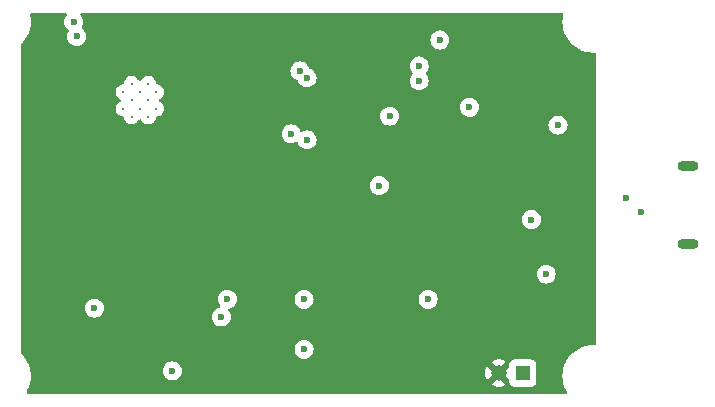
<source format=gbr>
%TF.GenerationSoftware,KiCad,Pcbnew,8.0.8-8.0.8-0~ubuntu24.04.1*%
%TF.CreationDate,2025-02-07T13:21:18-05:00*%
%TF.ProjectId,snowboard,736e6f77-626f-4617-9264-2e6b69636164,rev?*%
%TF.SameCoordinates,Original*%
%TF.FileFunction,Copper,L2,Inr*%
%TF.FilePolarity,Positive*%
%FSLAX46Y46*%
G04 Gerber Fmt 4.6, Leading zero omitted, Abs format (unit mm)*
G04 Created by KiCad (PCBNEW 8.0.8-8.0.8-0~ubuntu24.04.1) date 2025-02-07 13:21:18*
%MOMM*%
%LPD*%
G01*
G04 APERTURE LIST*
%TA.AperFunction,ComponentPad*%
%ADD10O,1.800000X0.900000*%
%TD*%
%TA.AperFunction,ComponentPad*%
%ADD11R,1.308000X1.308000*%
%TD*%
%TA.AperFunction,ComponentPad*%
%ADD12C,1.308000*%
%TD*%
%TA.AperFunction,ComponentPad*%
%ADD13C,0.300000*%
%TD*%
%TA.AperFunction,ViaPad*%
%ADD14C,0.600000*%
%TD*%
G04 APERTURE END LIST*
D10*
%TO.N,unconnected-(J1-SHIELD__4-PadS5)*%
%TO.C,J1*%
X190750000Y-130550000D03*
%TO.N,unconnected-(J1-SHIELD__5-PadS6)*%
X190750000Y-123950000D03*
%TD*%
D11*
%TO.N,+BATT*%
%TO.C,J2*%
X176750000Y-141500000D03*
D12*
%TO.N,GND*%
X174750000Y-141500000D03*
%TD*%
D13*
%TO.N,N/C*%
%TO.C,U1*%
X145050000Y-119800000D03*
X143650000Y-119800000D03*
X145750000Y-119100000D03*
X144350000Y-119100000D03*
X142950000Y-119100000D03*
X145050000Y-118400000D03*
X143650000Y-118400000D03*
X145750000Y-117700000D03*
X144350000Y-117700000D03*
X142950000Y-117700000D03*
X145050000Y-117000000D03*
X143650000Y-117000000D03*
%TD*%
D14*
%TO.N,GND*%
X144160122Y-137339878D03*
X144000000Y-140000000D03*
%TO.N,+3.3V*%
X140500000Y-136000000D03*
X147102040Y-141318205D03*
%TO.N,GND*%
X151000000Y-139000000D03*
X140250000Y-111750000D03*
X177250000Y-117500000D03*
X146750000Y-136000000D03*
X180750000Y-122750000D03*
X176500000Y-122250000D03*
X138000000Y-135500000D03*
X180000000Y-126000000D03*
X139500000Y-128500000D03*
X168750000Y-134250000D03*
X152750000Y-111500000D03*
%TO.N,VBUS*%
X178750000Y-133117600D03*
X179750000Y-120500000D03*
X168750000Y-135250000D03*
X177500000Y-128500000D03*
%TO.N,+3.3V*%
X138750000Y-111750000D03*
X158500000Y-116500000D03*
X158250000Y-139500000D03*
X158500000Y-121750000D03*
X158250000Y-135250000D03*
%TO.N,/D_N*%
X185500000Y-126650000D03*
X186750000Y-127900000D03*
%TO.N,/AEN*%
X139000000Y-113000000D03*
X169750000Y-113300000D03*
X164625000Y-125625000D03*
%TO.N,/IO0*%
X165500000Y-119750000D03*
X168000000Y-115500000D03*
%TO.N,/DTR*%
X168000000Y-116750000D03*
X172250000Y-119000000D03*
%TO.N,/I2C_SCL*%
X151250000Y-136750000D03*
X157905740Y-115917211D03*
%TO.N,/I2C_SDA*%
X151750000Y-135250000D03*
X157170000Y-121250000D03*
%TD*%
%TA.AperFunction,Conductor*%
%TO.N,GND*%
G36*
X138135599Y-111019685D02*
G01*
X138181354Y-111072489D01*
X138191298Y-111141647D01*
X138162273Y-111205203D01*
X138156241Y-111211681D01*
X138120184Y-111247737D01*
X138024211Y-111400476D01*
X137964631Y-111570745D01*
X137964630Y-111570750D01*
X137944435Y-111749996D01*
X137944435Y-111750003D01*
X137964630Y-111929249D01*
X137964631Y-111929254D01*
X138024211Y-112099523D01*
X138103826Y-112226228D01*
X138120184Y-112252262D01*
X138247738Y-112379816D01*
X138283652Y-112402382D01*
X138329943Y-112454717D01*
X138340591Y-112523770D01*
X138322674Y-112573347D01*
X138274212Y-112650474D01*
X138214631Y-112820745D01*
X138214630Y-112820750D01*
X138194435Y-112999996D01*
X138194435Y-113000003D01*
X138214630Y-113179249D01*
X138214631Y-113179254D01*
X138274211Y-113349523D01*
X138287593Y-113370820D01*
X138370184Y-113502262D01*
X138497738Y-113629816D01*
X138564068Y-113671494D01*
X138634973Y-113716047D01*
X138650478Y-113725789D01*
X138745890Y-113759175D01*
X138820745Y-113785368D01*
X138820750Y-113785369D01*
X138999996Y-113805565D01*
X139000000Y-113805565D01*
X139000004Y-113805565D01*
X139179249Y-113785369D01*
X139179252Y-113785368D01*
X139179255Y-113785368D01*
X139349522Y-113725789D01*
X139502262Y-113629816D01*
X139629816Y-113502262D01*
X139725789Y-113349522D01*
X139743119Y-113299996D01*
X168944435Y-113299996D01*
X168944435Y-113300003D01*
X168964630Y-113479249D01*
X168964631Y-113479254D01*
X169024211Y-113649523D01*
X169109569Y-113785368D01*
X169120184Y-113802262D01*
X169247738Y-113929816D01*
X169400478Y-114025789D01*
X169543258Y-114075750D01*
X169570745Y-114085368D01*
X169570750Y-114085369D01*
X169749996Y-114105565D01*
X169750000Y-114105565D01*
X169750004Y-114105565D01*
X169929249Y-114085369D01*
X169929252Y-114085368D01*
X169929255Y-114085368D01*
X170099522Y-114025789D01*
X170252262Y-113929816D01*
X170379816Y-113802262D01*
X170475789Y-113649522D01*
X170535368Y-113479255D01*
X170549985Y-113349523D01*
X170555565Y-113300003D01*
X170555565Y-113299996D01*
X170535369Y-113120750D01*
X170535368Y-113120745D01*
X170514557Y-113061271D01*
X170475789Y-112950478D01*
X170379816Y-112797738D01*
X170252262Y-112670184D01*
X170220894Y-112650474D01*
X170099523Y-112574211D01*
X169929254Y-112514631D01*
X169929249Y-112514630D01*
X169750004Y-112494435D01*
X169749996Y-112494435D01*
X169570750Y-112514630D01*
X169570745Y-112514631D01*
X169400476Y-112574211D01*
X169247737Y-112670184D01*
X169120184Y-112797737D01*
X169024211Y-112950476D01*
X168964631Y-113120745D01*
X168964630Y-113120750D01*
X168944435Y-113299996D01*
X139743119Y-113299996D01*
X139785368Y-113179255D01*
X139791960Y-113120750D01*
X139805565Y-113000003D01*
X139805565Y-112999996D01*
X139785369Y-112820750D01*
X139785368Y-112820745D01*
X139725789Y-112650478D01*
X139725786Y-112650474D01*
X139640431Y-112514632D01*
X139629816Y-112497738D01*
X139502262Y-112370184D01*
X139502260Y-112370182D01*
X139466346Y-112347616D01*
X139420056Y-112295281D01*
X139409408Y-112226228D01*
X139427326Y-112176650D01*
X139475788Y-112099524D01*
X139535368Y-111929254D01*
X139535369Y-111929249D01*
X139555565Y-111750003D01*
X139555565Y-111749996D01*
X139535369Y-111570750D01*
X139535368Y-111570745D01*
X139509370Y-111496448D01*
X139475789Y-111400478D01*
X139379816Y-111247738D01*
X139343759Y-111211681D01*
X139310274Y-111150358D01*
X139315258Y-111080666D01*
X139357130Y-111024733D01*
X139422594Y-111000316D01*
X139431440Y-111000000D01*
X180073174Y-111000000D01*
X180140213Y-111019685D01*
X180185968Y-111072489D01*
X180195912Y-111141647D01*
X180195148Y-111146319D01*
X180176563Y-111247737D01*
X180142538Y-111433402D01*
X180123388Y-111750000D01*
X180142538Y-112066597D01*
X180199713Y-112378589D01*
X180284436Y-112650478D01*
X180294075Y-112681409D01*
X180424251Y-112970647D01*
X180588340Y-113242084D01*
X180588345Y-113242092D01*
X180783955Y-113491769D01*
X181008230Y-113716044D01*
X181257907Y-113911654D01*
X181257910Y-113911655D01*
X181257914Y-113911659D01*
X181529353Y-114075749D01*
X181818591Y-114205925D01*
X182121411Y-114300287D01*
X182433397Y-114357461D01*
X182750000Y-114376612D01*
X182868516Y-114369443D01*
X182936618Y-114385043D01*
X182985478Y-114434987D01*
X183000000Y-114493216D01*
X183000000Y-139006782D01*
X182980315Y-139073821D01*
X182927511Y-139119576D01*
X182868514Y-139130556D01*
X182750000Y-139123388D01*
X182433402Y-139142538D01*
X182121410Y-139199713D01*
X181818596Y-139294073D01*
X181818592Y-139294074D01*
X181818591Y-139294075D01*
X181759333Y-139320745D01*
X181529357Y-139424249D01*
X181529355Y-139424250D01*
X181257915Y-139588340D01*
X181257907Y-139588345D01*
X181008230Y-139783955D01*
X180783955Y-140008230D01*
X180588345Y-140257907D01*
X180588340Y-140257915D01*
X180535393Y-140345501D01*
X180425957Y-140526532D01*
X180424250Y-140529355D01*
X180424249Y-140529357D01*
X180294073Y-140818596D01*
X180199713Y-141121410D01*
X180142538Y-141433402D01*
X180123388Y-141750000D01*
X180142538Y-142066597D01*
X180142538Y-142066602D01*
X180142539Y-142066603D01*
X180152776Y-142122465D01*
X180199713Y-142378589D01*
X180285689Y-142654499D01*
X180294075Y-142681409D01*
X180424251Y-142970647D01*
X180424253Y-142970651D01*
X180424254Y-142970652D01*
X180479385Y-143061851D01*
X180497221Y-143129406D01*
X180475703Y-143195879D01*
X180421662Y-143240167D01*
X180373268Y-143250000D01*
X134876732Y-143250000D01*
X134809693Y-143230315D01*
X134763938Y-143177511D01*
X134753994Y-143108353D01*
X134770615Y-143061851D01*
X134790230Y-143029402D01*
X134825749Y-142970647D01*
X134955925Y-142681409D01*
X135050287Y-142378589D01*
X135107461Y-142066603D01*
X135126612Y-141750000D01*
X135107461Y-141433397D01*
X135086350Y-141318201D01*
X146296475Y-141318201D01*
X146296475Y-141318208D01*
X146316670Y-141497454D01*
X146316671Y-141497459D01*
X146376251Y-141667728D01*
X146471981Y-141820080D01*
X146472224Y-141820467D01*
X146599778Y-141948021D01*
X146611883Y-141955627D01*
X146751424Y-142043307D01*
X146752518Y-142043994D01*
X146817114Y-142066597D01*
X146922785Y-142103573D01*
X146922790Y-142103574D01*
X147102036Y-142123770D01*
X147102040Y-142123770D01*
X147102044Y-142123770D01*
X147281289Y-142103574D01*
X147281292Y-142103573D01*
X147281295Y-142103573D01*
X147451562Y-142043994D01*
X147604302Y-141948021D01*
X147731856Y-141820467D01*
X147827829Y-141667727D01*
X147886520Y-141499999D01*
X173591056Y-141499999D01*
X173591056Y-141500000D01*
X173610788Y-141712954D01*
X173610789Y-141712956D01*
X173669315Y-141918654D01*
X173669321Y-141918669D01*
X173764642Y-142110099D01*
X173764647Y-142110107D01*
X173773980Y-142122465D01*
X174350000Y-141546445D01*
X174350000Y-141552661D01*
X174377259Y-141654394D01*
X174429920Y-141745606D01*
X174504394Y-141820080D01*
X174595606Y-141872741D01*
X174697339Y-141900000D01*
X174703554Y-141900000D01*
X174130086Y-142473465D01*
X174233413Y-142537443D01*
X174233414Y-142537444D01*
X174432837Y-142614700D01*
X174643068Y-142654000D01*
X174856932Y-142654000D01*
X175067162Y-142614700D01*
X175266585Y-142537444D01*
X175266589Y-142537442D01*
X175369911Y-142473466D01*
X175369911Y-142473465D01*
X174796447Y-141900000D01*
X174802661Y-141900000D01*
X174904394Y-141872741D01*
X174995606Y-141820080D01*
X175070080Y-141745606D01*
X175122741Y-141654394D01*
X175150000Y-141552661D01*
X175150000Y-141546446D01*
X175559181Y-141955627D01*
X175592666Y-142016950D01*
X175595500Y-142043307D01*
X175595500Y-142201869D01*
X175595501Y-142201876D01*
X175601908Y-142261483D01*
X175652202Y-142396328D01*
X175652206Y-142396335D01*
X175738452Y-142511544D01*
X175738455Y-142511547D01*
X175853664Y-142597793D01*
X175853671Y-142597797D01*
X175988517Y-142648091D01*
X175988516Y-142648091D01*
X175995444Y-142648835D01*
X176048127Y-142654500D01*
X177451872Y-142654499D01*
X177511483Y-142648091D01*
X177646331Y-142597796D01*
X177761546Y-142511546D01*
X177847796Y-142396331D01*
X177898091Y-142261483D01*
X177904500Y-142201873D01*
X177904499Y-140798128D01*
X177898091Y-140738517D01*
X177879394Y-140688389D01*
X177847797Y-140603671D01*
X177847793Y-140603664D01*
X177761547Y-140488455D01*
X177761544Y-140488452D01*
X177646335Y-140402206D01*
X177646328Y-140402202D01*
X177511482Y-140351908D01*
X177511483Y-140351908D01*
X177451883Y-140345501D01*
X177451881Y-140345500D01*
X177451873Y-140345500D01*
X177451864Y-140345500D01*
X176048129Y-140345500D01*
X176048123Y-140345501D01*
X175988516Y-140351908D01*
X175853671Y-140402202D01*
X175853664Y-140402206D01*
X175738455Y-140488452D01*
X175738452Y-140488455D01*
X175652206Y-140603664D01*
X175652202Y-140603671D01*
X175601908Y-140738517D01*
X175595588Y-140797306D01*
X175595501Y-140798123D01*
X175595500Y-140798135D01*
X175595500Y-140956691D01*
X175575815Y-141023730D01*
X175559181Y-141044372D01*
X175150000Y-141453553D01*
X175150000Y-141447339D01*
X175122741Y-141345606D01*
X175070080Y-141254394D01*
X174995606Y-141179920D01*
X174904394Y-141127259D01*
X174802661Y-141100000D01*
X174796447Y-141100000D01*
X175369912Y-140526533D01*
X175266586Y-140462556D01*
X175266585Y-140462555D01*
X175067162Y-140385299D01*
X174856932Y-140346000D01*
X174643068Y-140346000D01*
X174432837Y-140385299D01*
X174233416Y-140462554D01*
X174233410Y-140462557D01*
X174130087Y-140526532D01*
X174130086Y-140526533D01*
X174703554Y-141100000D01*
X174697339Y-141100000D01*
X174595606Y-141127259D01*
X174504394Y-141179920D01*
X174429920Y-141254394D01*
X174377259Y-141345606D01*
X174350000Y-141447339D01*
X174350000Y-141453553D01*
X173773980Y-140877533D01*
X173764646Y-140889893D01*
X173669321Y-141081330D01*
X173669315Y-141081345D01*
X173610789Y-141287043D01*
X173610788Y-141287045D01*
X173591056Y-141499999D01*
X147886520Y-141499999D01*
X147887408Y-141497460D01*
X147887522Y-141496448D01*
X147907605Y-141318208D01*
X147907605Y-141318201D01*
X147887409Y-141138955D01*
X147887408Y-141138950D01*
X147827828Y-140968681D01*
X147778322Y-140889893D01*
X147731856Y-140815943D01*
X147604302Y-140688389D01*
X147451563Y-140592416D01*
X147281294Y-140532836D01*
X147281289Y-140532835D01*
X147102044Y-140512640D01*
X147102036Y-140512640D01*
X146922790Y-140532835D01*
X146922785Y-140532836D01*
X146752516Y-140592416D01*
X146599777Y-140688389D01*
X146472224Y-140815942D01*
X146376251Y-140968681D01*
X146316671Y-141138950D01*
X146316670Y-141138955D01*
X146296475Y-141318201D01*
X135086350Y-141318201D01*
X135050287Y-141121411D01*
X134955925Y-140818591D01*
X134825749Y-140529353D01*
X134661659Y-140257914D01*
X134560802Y-140129180D01*
X134466044Y-140008230D01*
X134286319Y-139828505D01*
X134252834Y-139767182D01*
X134250000Y-139740824D01*
X134250000Y-139499996D01*
X157444435Y-139499996D01*
X157444435Y-139500003D01*
X157464630Y-139679249D01*
X157464631Y-139679254D01*
X157524211Y-139849523D01*
X157620184Y-140002262D01*
X157747738Y-140129816D01*
X157900478Y-140225789D01*
X157992266Y-140257907D01*
X158070745Y-140285368D01*
X158070750Y-140285369D01*
X158249996Y-140305565D01*
X158250000Y-140305565D01*
X158250004Y-140305565D01*
X158429249Y-140285369D01*
X158429252Y-140285368D01*
X158429255Y-140285368D01*
X158599522Y-140225789D01*
X158752262Y-140129816D01*
X158879816Y-140002262D01*
X158975789Y-139849522D01*
X159035368Y-139679255D01*
X159045611Y-139588345D01*
X159055565Y-139500003D01*
X159055565Y-139499996D01*
X159035369Y-139320750D01*
X159035368Y-139320745D01*
X158975788Y-139150476D01*
X158927622Y-139073821D01*
X158879816Y-138997738D01*
X158752262Y-138870184D01*
X158599523Y-138774211D01*
X158429254Y-138714631D01*
X158429249Y-138714630D01*
X158250004Y-138694435D01*
X158249996Y-138694435D01*
X158070750Y-138714630D01*
X158070745Y-138714631D01*
X157900476Y-138774211D01*
X157747737Y-138870184D01*
X157620184Y-138997737D01*
X157524211Y-139150476D01*
X157464631Y-139320745D01*
X157464630Y-139320750D01*
X157444435Y-139499996D01*
X134250000Y-139499996D01*
X134250000Y-135999996D01*
X139694435Y-135999996D01*
X139694435Y-136000003D01*
X139714630Y-136179249D01*
X139714631Y-136179254D01*
X139774211Y-136349523D01*
X139870184Y-136502262D01*
X139997738Y-136629816D01*
X140150478Y-136725789D01*
X140219678Y-136750003D01*
X140320745Y-136785368D01*
X140320750Y-136785369D01*
X140499996Y-136805565D01*
X140500000Y-136805565D01*
X140500004Y-136805565D01*
X140679249Y-136785369D01*
X140679252Y-136785368D01*
X140679255Y-136785368D01*
X140780342Y-136749996D01*
X150444435Y-136749996D01*
X150444435Y-136750003D01*
X150464630Y-136929249D01*
X150464631Y-136929254D01*
X150524211Y-137099523D01*
X150620184Y-137252262D01*
X150747738Y-137379816D01*
X150900478Y-137475789D01*
X151070745Y-137535368D01*
X151070750Y-137535369D01*
X151249996Y-137555565D01*
X151250000Y-137555565D01*
X151250004Y-137555565D01*
X151429249Y-137535369D01*
X151429252Y-137535368D01*
X151429255Y-137535368D01*
X151599522Y-137475789D01*
X151752262Y-137379816D01*
X151879816Y-137252262D01*
X151975789Y-137099522D01*
X152035368Y-136929255D01*
X152035369Y-136929249D01*
X152055565Y-136750003D01*
X152055565Y-136749996D01*
X152035369Y-136570750D01*
X152035368Y-136570745D01*
X151975788Y-136400476D01*
X151879815Y-136247737D01*
X151874745Y-136242667D01*
X151841260Y-136181344D01*
X151846244Y-136111652D01*
X151888116Y-136055719D01*
X151923301Y-136039439D01*
X151922682Y-136037668D01*
X151929255Y-136035368D01*
X152099522Y-135975789D01*
X152252262Y-135879816D01*
X152379816Y-135752262D01*
X152475789Y-135599522D01*
X152535368Y-135429255D01*
X152555565Y-135250000D01*
X152555565Y-135249996D01*
X157444435Y-135249996D01*
X157444435Y-135250003D01*
X157464630Y-135429249D01*
X157464631Y-135429254D01*
X157524211Y-135599523D01*
X157620184Y-135752262D01*
X157747738Y-135879816D01*
X157761315Y-135888347D01*
X157882721Y-135964632D01*
X157900478Y-135975789D01*
X157969678Y-136000003D01*
X158070745Y-136035368D01*
X158070750Y-136035369D01*
X158249996Y-136055565D01*
X158250000Y-136055565D01*
X158250004Y-136055565D01*
X158429249Y-136035369D01*
X158429252Y-136035368D01*
X158429255Y-136035368D01*
X158599522Y-135975789D01*
X158752262Y-135879816D01*
X158879816Y-135752262D01*
X158975789Y-135599522D01*
X159035368Y-135429255D01*
X159055565Y-135250000D01*
X159055565Y-135249996D01*
X167944435Y-135249996D01*
X167944435Y-135250003D01*
X167964630Y-135429249D01*
X167964631Y-135429254D01*
X168024211Y-135599523D01*
X168120184Y-135752262D01*
X168247738Y-135879816D01*
X168261315Y-135888347D01*
X168382721Y-135964632D01*
X168400478Y-135975789D01*
X168469678Y-136000003D01*
X168570745Y-136035368D01*
X168570750Y-136035369D01*
X168749996Y-136055565D01*
X168750000Y-136055565D01*
X168750004Y-136055565D01*
X168929249Y-136035369D01*
X168929252Y-136035368D01*
X168929255Y-136035368D01*
X169099522Y-135975789D01*
X169252262Y-135879816D01*
X169379816Y-135752262D01*
X169475789Y-135599522D01*
X169535368Y-135429255D01*
X169555565Y-135250000D01*
X169549304Y-135194435D01*
X169535369Y-135070750D01*
X169535368Y-135070745D01*
X169475788Y-134900476D01*
X169379815Y-134747737D01*
X169252262Y-134620184D01*
X169099523Y-134524211D01*
X168929254Y-134464631D01*
X168929249Y-134464630D01*
X168750004Y-134444435D01*
X168749996Y-134444435D01*
X168570750Y-134464630D01*
X168570745Y-134464631D01*
X168400476Y-134524211D01*
X168247737Y-134620184D01*
X168120184Y-134747737D01*
X168024211Y-134900476D01*
X167964631Y-135070745D01*
X167964630Y-135070750D01*
X167944435Y-135249996D01*
X159055565Y-135249996D01*
X159049304Y-135194435D01*
X159035369Y-135070750D01*
X159035368Y-135070745D01*
X158975788Y-134900476D01*
X158879815Y-134747737D01*
X158752262Y-134620184D01*
X158599523Y-134524211D01*
X158429254Y-134464631D01*
X158429249Y-134464630D01*
X158250004Y-134444435D01*
X158249996Y-134444435D01*
X158070750Y-134464630D01*
X158070745Y-134464631D01*
X157900476Y-134524211D01*
X157747737Y-134620184D01*
X157620184Y-134747737D01*
X157524211Y-134900476D01*
X157464631Y-135070745D01*
X157464630Y-135070750D01*
X157444435Y-135249996D01*
X152555565Y-135249996D01*
X152549304Y-135194435D01*
X152535369Y-135070750D01*
X152535368Y-135070745D01*
X152475788Y-134900476D01*
X152379815Y-134747737D01*
X152252262Y-134620184D01*
X152099523Y-134524211D01*
X151929254Y-134464631D01*
X151929249Y-134464630D01*
X151750004Y-134444435D01*
X151749996Y-134444435D01*
X151570750Y-134464630D01*
X151570745Y-134464631D01*
X151400476Y-134524211D01*
X151247737Y-134620184D01*
X151120184Y-134747737D01*
X151024211Y-134900476D01*
X150964631Y-135070745D01*
X150964630Y-135070750D01*
X150944435Y-135249996D01*
X150944435Y-135250003D01*
X150964630Y-135429249D01*
X150964631Y-135429254D01*
X151024211Y-135599523D01*
X151120184Y-135752262D01*
X151125254Y-135757332D01*
X151158739Y-135818655D01*
X151153755Y-135888347D01*
X151111883Y-135944280D01*
X151076703Y-135960577D01*
X151077318Y-135962332D01*
X150900476Y-136024211D01*
X150747737Y-136120184D01*
X150620184Y-136247737D01*
X150524211Y-136400476D01*
X150464631Y-136570745D01*
X150464630Y-136570750D01*
X150444435Y-136749996D01*
X140780342Y-136749996D01*
X140849522Y-136725789D01*
X141002262Y-136629816D01*
X141129816Y-136502262D01*
X141225789Y-136349522D01*
X141285368Y-136179255D01*
X141299287Y-136055719D01*
X141305565Y-136000003D01*
X141305565Y-135999996D01*
X141285369Y-135820750D01*
X141285368Y-135820745D01*
X141225788Y-135650476D01*
X141129815Y-135497737D01*
X141002262Y-135370184D01*
X140849523Y-135274211D01*
X140679254Y-135214631D01*
X140679249Y-135214630D01*
X140500004Y-135194435D01*
X140499996Y-135194435D01*
X140320750Y-135214630D01*
X140320745Y-135214631D01*
X140150476Y-135274211D01*
X139997737Y-135370184D01*
X139870184Y-135497737D01*
X139774211Y-135650476D01*
X139714631Y-135820745D01*
X139714630Y-135820750D01*
X139694435Y-135999996D01*
X134250000Y-135999996D01*
X134250000Y-133117596D01*
X177944435Y-133117596D01*
X177944435Y-133117603D01*
X177964630Y-133296849D01*
X177964631Y-133296854D01*
X178024211Y-133467123D01*
X178120184Y-133619862D01*
X178247738Y-133747416D01*
X178400478Y-133843389D01*
X178570745Y-133902968D01*
X178570750Y-133902969D01*
X178749996Y-133923165D01*
X178750000Y-133923165D01*
X178750004Y-133923165D01*
X178929249Y-133902969D01*
X178929252Y-133902968D01*
X178929255Y-133902968D01*
X179099522Y-133843389D01*
X179252262Y-133747416D01*
X179379816Y-133619862D01*
X179475789Y-133467122D01*
X179535368Y-133296855D01*
X179555565Y-133117600D01*
X179535368Y-132938345D01*
X179475789Y-132768078D01*
X179379816Y-132615338D01*
X179252262Y-132487784D01*
X179099523Y-132391811D01*
X178929254Y-132332231D01*
X178929249Y-132332230D01*
X178750004Y-132312035D01*
X178749996Y-132312035D01*
X178570750Y-132332230D01*
X178570745Y-132332231D01*
X178400476Y-132391811D01*
X178247737Y-132487784D01*
X178120184Y-132615337D01*
X178024211Y-132768076D01*
X177964631Y-132938345D01*
X177964630Y-132938350D01*
X177944435Y-133117596D01*
X134250000Y-133117596D01*
X134250000Y-128499996D01*
X176694435Y-128499996D01*
X176694435Y-128500003D01*
X176714630Y-128679249D01*
X176714631Y-128679254D01*
X176774211Y-128849523D01*
X176870184Y-129002262D01*
X176997738Y-129129816D01*
X177150478Y-129225789D01*
X177320745Y-129285368D01*
X177320750Y-129285369D01*
X177499996Y-129305565D01*
X177500000Y-129305565D01*
X177500004Y-129305565D01*
X177679249Y-129285369D01*
X177679252Y-129285368D01*
X177679255Y-129285368D01*
X177849522Y-129225789D01*
X178002262Y-129129816D01*
X178129816Y-129002262D01*
X178225789Y-128849522D01*
X178285368Y-128679255D01*
X178305565Y-128500000D01*
X178285368Y-128320745D01*
X178225789Y-128150478D01*
X178129816Y-127997738D01*
X178002262Y-127870184D01*
X177849523Y-127774211D01*
X177679254Y-127714631D01*
X177679249Y-127714630D01*
X177500004Y-127694435D01*
X177499996Y-127694435D01*
X177320750Y-127714630D01*
X177320745Y-127714631D01*
X177150476Y-127774211D01*
X176997737Y-127870184D01*
X176870184Y-127997737D01*
X176774211Y-128150476D01*
X176714631Y-128320745D01*
X176714630Y-128320750D01*
X176694435Y-128499996D01*
X134250000Y-128499996D01*
X134250000Y-125624996D01*
X163819435Y-125624996D01*
X163819435Y-125625003D01*
X163839630Y-125804249D01*
X163839631Y-125804254D01*
X163899211Y-125974523D01*
X163995184Y-126127262D01*
X164122738Y-126254816D01*
X164275478Y-126350789D01*
X164445745Y-126410368D01*
X164445750Y-126410369D01*
X164624996Y-126430565D01*
X164625000Y-126430565D01*
X164625004Y-126430565D01*
X164804249Y-126410369D01*
X164804252Y-126410368D01*
X164804255Y-126410368D01*
X164974522Y-126350789D01*
X165127262Y-126254816D01*
X165254816Y-126127262D01*
X165350789Y-125974522D01*
X165410368Y-125804255D01*
X165430565Y-125625000D01*
X165410368Y-125445745D01*
X165350789Y-125275478D01*
X165254816Y-125122738D01*
X165127262Y-124995184D01*
X164974523Y-124899211D01*
X164804254Y-124839631D01*
X164804249Y-124839630D01*
X164625004Y-124819435D01*
X164624996Y-124819435D01*
X164445750Y-124839630D01*
X164445745Y-124839631D01*
X164275476Y-124899211D01*
X164122737Y-124995184D01*
X163995184Y-125122737D01*
X163899211Y-125275476D01*
X163839631Y-125445745D01*
X163839630Y-125445750D01*
X163819435Y-125624996D01*
X134250000Y-125624996D01*
X134250000Y-121249996D01*
X156364435Y-121249996D01*
X156364435Y-121250003D01*
X156384630Y-121429249D01*
X156384631Y-121429254D01*
X156444211Y-121599523D01*
X156538760Y-121749996D01*
X156540184Y-121752262D01*
X156667738Y-121879816D01*
X156746410Y-121929249D01*
X156820474Y-121975787D01*
X156820478Y-121975789D01*
X156928727Y-122013667D01*
X156990745Y-122035368D01*
X156990750Y-122035369D01*
X157169996Y-122055565D01*
X157170000Y-122055565D01*
X157170004Y-122055565D01*
X157349249Y-122035369D01*
X157349252Y-122035368D01*
X157349255Y-122035368D01*
X157519522Y-121975789D01*
X157561154Y-121949629D01*
X157628389Y-121930628D01*
X157695225Y-121950994D01*
X157740440Y-122004261D01*
X157744169Y-122013667D01*
X157774211Y-122099522D01*
X157870184Y-122252262D01*
X157997738Y-122379816D01*
X158150478Y-122475789D01*
X158320745Y-122535368D01*
X158320750Y-122535369D01*
X158499996Y-122555565D01*
X158500000Y-122555565D01*
X158500004Y-122555565D01*
X158679249Y-122535369D01*
X158679252Y-122535368D01*
X158679255Y-122535368D01*
X158849522Y-122475789D01*
X159002262Y-122379816D01*
X159129816Y-122252262D01*
X159225789Y-122099522D01*
X159285368Y-121929255D01*
X159285369Y-121929249D01*
X159305565Y-121750003D01*
X159305565Y-121749996D01*
X159285369Y-121570750D01*
X159285368Y-121570745D01*
X159225789Y-121400478D01*
X159129816Y-121247738D01*
X159002262Y-121120184D01*
X158849523Y-121024211D01*
X158679254Y-120964631D01*
X158679249Y-120964630D01*
X158500004Y-120944435D01*
X158499996Y-120944435D01*
X158320750Y-120964630D01*
X158320745Y-120964631D01*
X158150476Y-121024211D01*
X158108844Y-121050371D01*
X158041607Y-121069371D01*
X157974772Y-121049003D01*
X157929558Y-120995735D01*
X157925830Y-120986331D01*
X157895789Y-120900478D01*
X157799815Y-120747737D01*
X157672262Y-120620184D01*
X157519523Y-120524211D01*
X157349254Y-120464631D01*
X157349249Y-120464630D01*
X157170004Y-120444435D01*
X157169996Y-120444435D01*
X156990750Y-120464630D01*
X156990745Y-120464631D01*
X156820476Y-120524211D01*
X156667737Y-120620184D01*
X156540184Y-120747737D01*
X156444211Y-120900476D01*
X156384631Y-121070745D01*
X156384630Y-121070750D01*
X156364435Y-121249996D01*
X134250000Y-121249996D01*
X134250000Y-117699999D01*
X142294722Y-117699999D01*
X142294722Y-117700000D01*
X142313762Y-117856818D01*
X142369780Y-118004523D01*
X142459517Y-118134530D01*
X142577760Y-118239283D01*
X142637599Y-118270689D01*
X142674780Y-118290204D01*
X142724992Y-118338789D01*
X142740966Y-118406808D01*
X142717630Y-118472666D01*
X142674780Y-118509796D01*
X142577761Y-118560716D01*
X142459516Y-118665471D01*
X142369781Y-118795475D01*
X142369780Y-118795476D01*
X142313762Y-118943181D01*
X142294722Y-119099999D01*
X142294722Y-119100000D01*
X142313762Y-119256818D01*
X142348921Y-119349522D01*
X142369780Y-119404523D01*
X142459517Y-119534530D01*
X142577760Y-119639283D01*
X142577762Y-119639284D01*
X142717634Y-119712696D01*
X142871014Y-119750500D01*
X142871015Y-119750500D01*
X142878857Y-119750500D01*
X142945896Y-119770185D01*
X142991651Y-119822989D01*
X143001953Y-119859554D01*
X143013762Y-119956818D01*
X143060307Y-120079544D01*
X143069780Y-120104523D01*
X143159517Y-120234530D01*
X143277760Y-120339283D01*
X143277762Y-120339284D01*
X143417634Y-120412696D01*
X143571014Y-120450500D01*
X143571015Y-120450500D01*
X143728985Y-120450500D01*
X143882365Y-120412696D01*
X144022240Y-120339283D01*
X144140483Y-120234530D01*
X144230220Y-120104523D01*
X144234058Y-120094400D01*
X144276236Y-120038700D01*
X144341833Y-120014642D01*
X144410023Y-120029869D01*
X144459157Y-120079544D01*
X144465942Y-120094402D01*
X144469780Y-120104524D01*
X144501499Y-120150476D01*
X144559517Y-120234530D01*
X144677760Y-120339283D01*
X144677762Y-120339284D01*
X144817634Y-120412696D01*
X144971014Y-120450500D01*
X144971015Y-120450500D01*
X145128985Y-120450500D01*
X145282365Y-120412696D01*
X145422240Y-120339283D01*
X145540483Y-120234530D01*
X145630220Y-120104523D01*
X145686237Y-119956818D01*
X145698047Y-119859554D01*
X145725669Y-119795376D01*
X145783603Y-119756319D01*
X145821143Y-119750500D01*
X145828985Y-119750500D01*
X145831030Y-119749996D01*
X164694435Y-119749996D01*
X164694435Y-119750003D01*
X164714630Y-119929249D01*
X164714631Y-119929254D01*
X164774211Y-120099523D01*
X164859041Y-120234528D01*
X164870184Y-120252262D01*
X164997738Y-120379816D01*
X165050066Y-120412696D01*
X165132721Y-120464632D01*
X165150478Y-120475789D01*
X165219678Y-120500003D01*
X165320745Y-120535368D01*
X165320750Y-120535369D01*
X165499996Y-120555565D01*
X165500000Y-120555565D01*
X165500004Y-120555565D01*
X165679249Y-120535369D01*
X165679252Y-120535368D01*
X165679255Y-120535368D01*
X165780342Y-120499996D01*
X178944435Y-120499996D01*
X178944435Y-120500003D01*
X178964630Y-120679249D01*
X178964631Y-120679254D01*
X179024211Y-120849523D01*
X179083849Y-120944435D01*
X179120184Y-121002262D01*
X179247738Y-121129816D01*
X179400478Y-121225789D01*
X179469678Y-121250003D01*
X179570745Y-121285368D01*
X179570750Y-121285369D01*
X179749996Y-121305565D01*
X179750000Y-121305565D01*
X179750004Y-121305565D01*
X179929249Y-121285369D01*
X179929252Y-121285368D01*
X179929255Y-121285368D01*
X180099522Y-121225789D01*
X180252262Y-121129816D01*
X180379816Y-121002262D01*
X180475789Y-120849522D01*
X180535368Y-120679255D01*
X180542024Y-120620184D01*
X180555565Y-120500003D01*
X180555565Y-120499996D01*
X180535369Y-120320750D01*
X180535368Y-120320745D01*
X180475788Y-120150476D01*
X180379815Y-119997737D01*
X180252262Y-119870184D01*
X180099523Y-119774211D01*
X179929254Y-119714631D01*
X179929249Y-119714630D01*
X179750004Y-119694435D01*
X179749996Y-119694435D01*
X179570750Y-119714630D01*
X179570745Y-119714631D01*
X179400476Y-119774211D01*
X179247737Y-119870184D01*
X179120184Y-119997737D01*
X179024211Y-120150476D01*
X178964631Y-120320745D01*
X178964630Y-120320750D01*
X178944435Y-120499996D01*
X165780342Y-120499996D01*
X165849522Y-120475789D01*
X166002262Y-120379816D01*
X166129816Y-120252262D01*
X166225789Y-120099522D01*
X166285368Y-119929255D01*
X166292024Y-119870184D01*
X166305565Y-119750003D01*
X166305565Y-119749996D01*
X166285369Y-119570750D01*
X166285368Y-119570745D01*
X166261405Y-119502262D01*
X166225789Y-119400478D01*
X166129816Y-119247738D01*
X166002262Y-119120184D01*
X165849523Y-119024211D01*
X165780321Y-118999996D01*
X171444435Y-118999996D01*
X171444435Y-119000003D01*
X171464630Y-119179249D01*
X171464631Y-119179254D01*
X171524211Y-119349523D01*
X171558770Y-119404523D01*
X171620184Y-119502262D01*
X171747738Y-119629816D01*
X171838080Y-119686582D01*
X171882721Y-119714632D01*
X171900478Y-119725789D01*
X172038860Y-119774211D01*
X172070745Y-119785368D01*
X172070750Y-119785369D01*
X172249996Y-119805565D01*
X172250000Y-119805565D01*
X172250004Y-119805565D01*
X172429249Y-119785369D01*
X172429252Y-119785368D01*
X172429255Y-119785368D01*
X172599522Y-119725789D01*
X172752262Y-119629816D01*
X172879816Y-119502262D01*
X172975789Y-119349522D01*
X173035368Y-119179255D01*
X173055565Y-119000000D01*
X173049304Y-118944435D01*
X173035369Y-118820750D01*
X173035368Y-118820745D01*
X172975788Y-118650476D01*
X172919387Y-118560715D01*
X172879816Y-118497738D01*
X172752262Y-118370184D01*
X172720935Y-118350500D01*
X172599523Y-118274211D01*
X172429254Y-118214631D01*
X172429249Y-118214630D01*
X172250004Y-118194435D01*
X172249996Y-118194435D01*
X172070750Y-118214630D01*
X172070745Y-118214631D01*
X171900476Y-118274211D01*
X171747737Y-118370184D01*
X171620184Y-118497737D01*
X171524211Y-118650476D01*
X171464631Y-118820745D01*
X171464630Y-118820750D01*
X171444435Y-118999996D01*
X165780321Y-118999996D01*
X165679254Y-118964631D01*
X165679249Y-118964630D01*
X165500004Y-118944435D01*
X165499996Y-118944435D01*
X165320750Y-118964630D01*
X165320745Y-118964631D01*
X165150476Y-119024211D01*
X164997737Y-119120184D01*
X164870184Y-119247737D01*
X164774211Y-119400476D01*
X164714631Y-119570745D01*
X164714630Y-119570750D01*
X164694435Y-119749996D01*
X145831030Y-119749996D01*
X145982365Y-119712696D01*
X146017158Y-119694435D01*
X146122240Y-119639283D01*
X146240483Y-119534530D01*
X146330220Y-119404523D01*
X146386237Y-119256818D01*
X146405278Y-119100000D01*
X146393136Y-118999996D01*
X146386237Y-118943181D01*
X146364992Y-118887164D01*
X146330220Y-118795477D01*
X146240483Y-118665470D01*
X146122240Y-118560717D01*
X146122238Y-118560716D01*
X146122237Y-118560715D01*
X146025220Y-118509796D01*
X145975007Y-118461212D01*
X145959033Y-118393193D01*
X145982368Y-118327335D01*
X146025220Y-118290204D01*
X146060348Y-118271766D01*
X146122240Y-118239283D01*
X146240483Y-118134530D01*
X146330220Y-118004523D01*
X146386237Y-117856818D01*
X146405278Y-117700000D01*
X146386237Y-117543182D01*
X146330220Y-117395477D01*
X146240483Y-117265470D01*
X146122240Y-117160717D01*
X146122238Y-117160716D01*
X146122237Y-117160715D01*
X145982365Y-117087303D01*
X145828986Y-117049500D01*
X145828985Y-117049500D01*
X145821143Y-117049500D01*
X145754104Y-117029815D01*
X145708349Y-116977011D01*
X145698047Y-116940446D01*
X145686237Y-116843181D01*
X145639692Y-116720453D01*
X145630220Y-116695477D01*
X145540483Y-116565470D01*
X145422240Y-116460717D01*
X145422238Y-116460716D01*
X145422237Y-116460715D01*
X145282365Y-116387303D01*
X145128986Y-116349500D01*
X145128985Y-116349500D01*
X144971015Y-116349500D01*
X144971014Y-116349500D01*
X144817634Y-116387303D01*
X144677762Y-116460715D01*
X144559516Y-116565471D01*
X144469781Y-116695475D01*
X144469779Y-116695478D01*
X144465941Y-116705599D01*
X144423763Y-116761301D01*
X144358165Y-116785357D01*
X144289975Y-116770129D01*
X144240842Y-116720453D01*
X144234059Y-116705599D01*
X144230220Y-116695478D01*
X144230220Y-116695477D01*
X144140483Y-116565470D01*
X144022240Y-116460717D01*
X144022238Y-116460716D01*
X144022237Y-116460715D01*
X143882365Y-116387303D01*
X143728986Y-116349500D01*
X143728985Y-116349500D01*
X143571015Y-116349500D01*
X143571014Y-116349500D01*
X143417634Y-116387303D01*
X143277762Y-116460715D01*
X143159516Y-116565471D01*
X143069781Y-116695475D01*
X143069780Y-116695476D01*
X143013762Y-116843181D01*
X143001953Y-116940446D01*
X142974331Y-117004624D01*
X142916397Y-117043681D01*
X142878857Y-117049500D01*
X142871014Y-117049500D01*
X142717634Y-117087303D01*
X142577762Y-117160715D01*
X142459516Y-117265471D01*
X142369781Y-117395475D01*
X142369780Y-117395476D01*
X142313762Y-117543181D01*
X142294722Y-117699999D01*
X134250000Y-117699999D01*
X134250000Y-115917207D01*
X157100175Y-115917207D01*
X157100175Y-115917214D01*
X157120370Y-116096460D01*
X157120371Y-116096465D01*
X157179951Y-116266734D01*
X157213889Y-116320745D01*
X157275924Y-116419473D01*
X157403478Y-116547027D01*
X157441225Y-116570745D01*
X157556218Y-116643000D01*
X157665913Y-116681384D01*
X157722689Y-116722106D01*
X157742000Y-116757470D01*
X157774211Y-116849523D01*
X157774212Y-116849524D01*
X157831342Y-116940446D01*
X157870184Y-117002262D01*
X157997738Y-117129816D01*
X158150478Y-117225789D01*
X158263880Y-117265470D01*
X158320745Y-117285368D01*
X158320750Y-117285369D01*
X158499996Y-117305565D01*
X158500000Y-117305565D01*
X158500004Y-117305565D01*
X158679249Y-117285369D01*
X158679252Y-117285368D01*
X158679255Y-117285368D01*
X158849522Y-117225789D01*
X159002262Y-117129816D01*
X159129816Y-117002262D01*
X159225789Y-116849522D01*
X159285368Y-116679255D01*
X159289453Y-116643000D01*
X159305565Y-116500003D01*
X159305565Y-116499996D01*
X159285369Y-116320750D01*
X159285368Y-116320745D01*
X159225788Y-116150476D01*
X159186582Y-116088080D01*
X159129816Y-115997738D01*
X159002262Y-115870184D01*
X158849522Y-115774211D01*
X158849523Y-115774211D01*
X158849521Y-115774210D01*
X158739825Y-115735826D01*
X158683049Y-115695105D01*
X158663738Y-115659739D01*
X158631528Y-115567687D01*
X158588995Y-115499996D01*
X167194435Y-115499996D01*
X167194435Y-115500003D01*
X167214630Y-115679249D01*
X167214631Y-115679254D01*
X167274211Y-115849523D01*
X167370184Y-116002262D01*
X167405241Y-116037319D01*
X167438726Y-116098642D01*
X167433742Y-116168334D01*
X167405241Y-116212681D01*
X167370184Y-116247737D01*
X167274211Y-116400476D01*
X167214631Y-116570745D01*
X167214630Y-116570750D01*
X167194435Y-116749996D01*
X167194435Y-116750003D01*
X167214630Y-116929249D01*
X167214631Y-116929254D01*
X167274211Y-117099523D01*
X167312661Y-117160715D01*
X167370184Y-117252262D01*
X167497738Y-117379816D01*
X167650478Y-117475789D01*
X167820745Y-117535368D01*
X167820750Y-117535369D01*
X167999996Y-117555565D01*
X168000000Y-117555565D01*
X168000004Y-117555565D01*
X168179249Y-117535369D01*
X168179252Y-117535368D01*
X168179255Y-117535368D01*
X168349522Y-117475789D01*
X168502262Y-117379816D01*
X168629816Y-117252262D01*
X168725789Y-117099522D01*
X168785368Y-116929255D01*
X168785369Y-116929249D01*
X168805565Y-116750003D01*
X168805565Y-116749996D01*
X168785369Y-116570750D01*
X168785368Y-116570745D01*
X168760612Y-116499996D01*
X168725789Y-116400478D01*
X168629816Y-116247738D01*
X168594759Y-116212681D01*
X168561274Y-116151358D01*
X168566258Y-116081666D01*
X168594759Y-116037319D01*
X168629816Y-116002262D01*
X168725789Y-115849522D01*
X168785368Y-115679255D01*
X168787567Y-115659739D01*
X168805565Y-115500003D01*
X168805565Y-115499996D01*
X168785369Y-115320750D01*
X168785368Y-115320745D01*
X168725788Y-115150476D01*
X168629815Y-114997737D01*
X168502262Y-114870184D01*
X168349523Y-114774211D01*
X168179254Y-114714631D01*
X168179249Y-114714630D01*
X168000004Y-114694435D01*
X167999996Y-114694435D01*
X167820750Y-114714630D01*
X167820745Y-114714631D01*
X167650476Y-114774211D01*
X167497737Y-114870184D01*
X167370184Y-114997737D01*
X167274211Y-115150476D01*
X167214631Y-115320745D01*
X167214630Y-115320750D01*
X167194435Y-115499996D01*
X158588995Y-115499996D01*
X158535555Y-115414948D01*
X158408002Y-115287395D01*
X158255263Y-115191422D01*
X158084994Y-115131842D01*
X158084989Y-115131841D01*
X157905744Y-115111646D01*
X157905736Y-115111646D01*
X157726490Y-115131841D01*
X157726485Y-115131842D01*
X157556216Y-115191422D01*
X157403477Y-115287395D01*
X157275924Y-115414948D01*
X157179951Y-115567687D01*
X157120371Y-115737956D01*
X157120370Y-115737961D01*
X157100175Y-115917207D01*
X134250000Y-115917207D01*
X134250000Y-113759175D01*
X134269685Y-113692136D01*
X134286319Y-113671494D01*
X134466044Y-113491769D01*
X134466047Y-113491766D01*
X134661659Y-113242086D01*
X134825749Y-112970647D01*
X134955925Y-112681409D01*
X135050287Y-112378589D01*
X135107461Y-112066603D01*
X135126612Y-111750000D01*
X135107461Y-111433397D01*
X135054857Y-111146349D01*
X135062135Y-111076862D01*
X135105826Y-111022339D01*
X135172060Y-111000092D01*
X135176826Y-111000000D01*
X138068560Y-111000000D01*
X138135599Y-111019685D01*
G37*
%TD.AperFunction*%
%TD*%
M02*

</source>
